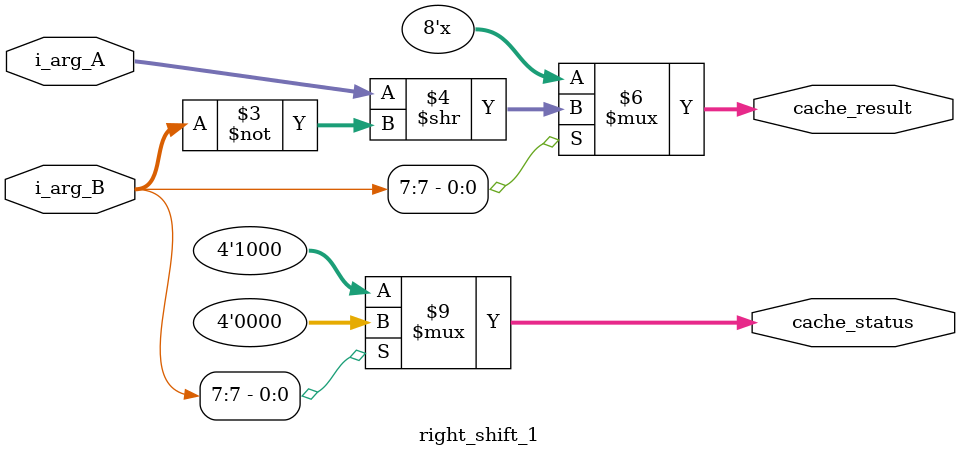
<source format=sv>
module right_shift_1(i_arg_A, i_arg_B, cache_status, cache_result);
	parameter M = 8;
	parameter K = 8;
	
	input logic [M-1:0] i_arg_A;
	input logic [M-1:0] i_arg_B;
	output logic [K-1:0] cache_result;
	output logic [3:0] cache_status;
	
	always_comb begin
		
		cache_status = 4'b0;
		cache_result = 8'b0;
		
		/*Sprawdzamy czy liczba nie stanie się ujemna po negacji
		  Jeśli będzie, to wystawiamy odpowiedni kod błędu na 'o_status' oraz stan nieustalony na 'o_result'*/

		if(i_arg_B[M-1] == 0) begin
			cache_status = 4'b1000;
			cache_result = 8'bx;
		end
		
		/*Jeżeli wszystko jest git - przechodzimy do wykonania operacji*/
		
		else begin
			cache_result = i_arg_A >> ~(i_arg_B);
		end
	end
	
endmodule

</source>
